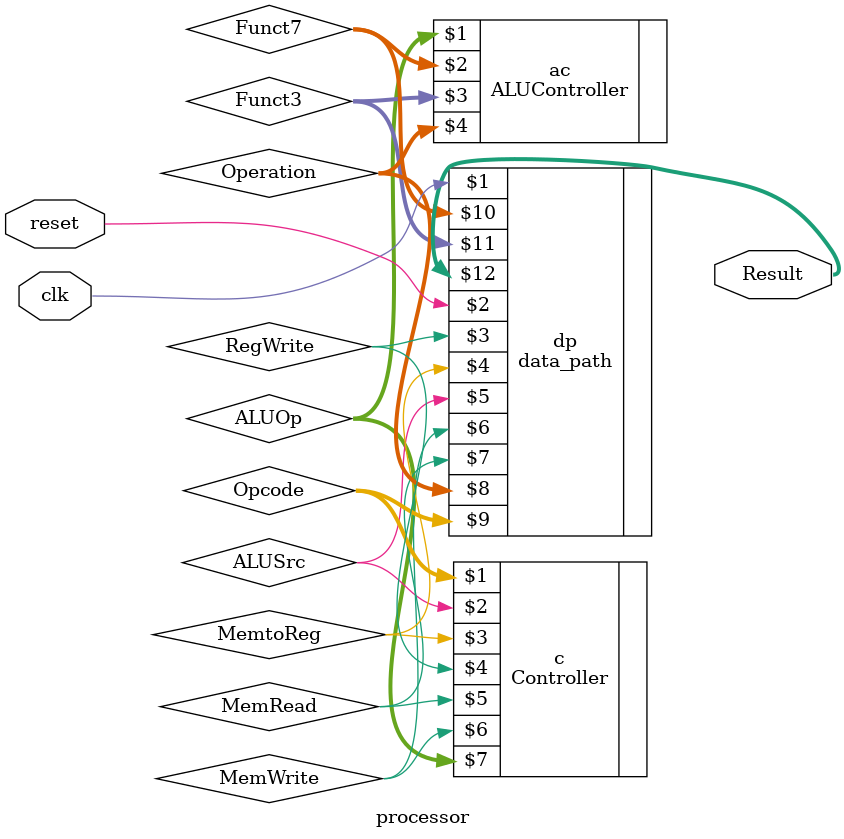
<source format=v>
`timescale 1ns / 1ps
module processor(input clk , reset ,output [31:0] Result);
// Define the input and output signals

//wires leaving datapath
wire [2:0] Funct3;
wire [6:0] Funct7;
wire [6:0] Opcode;

//wires leaving controller
wire RegWrite, ALUSrc,MemRead,MemWrite,MemtoReg;
wire [1:0] ALUOp;

//wire leaving ALUController
wire [3:0] Operation;

Controller c(Opcode,ALUSrc,MemtoReg,RegWrite,MemRead,MemWrite,ALUOp);
ALUController ac(ALUOp,Funct7,Funct3,Operation);
data_path dp(clk,reset,RegWrite,MemtoReg,ALUSrc,MemWrite,MemRead,Operation,Opcode,Funct7,Funct3,Result);
endmodule // processor

</source>
